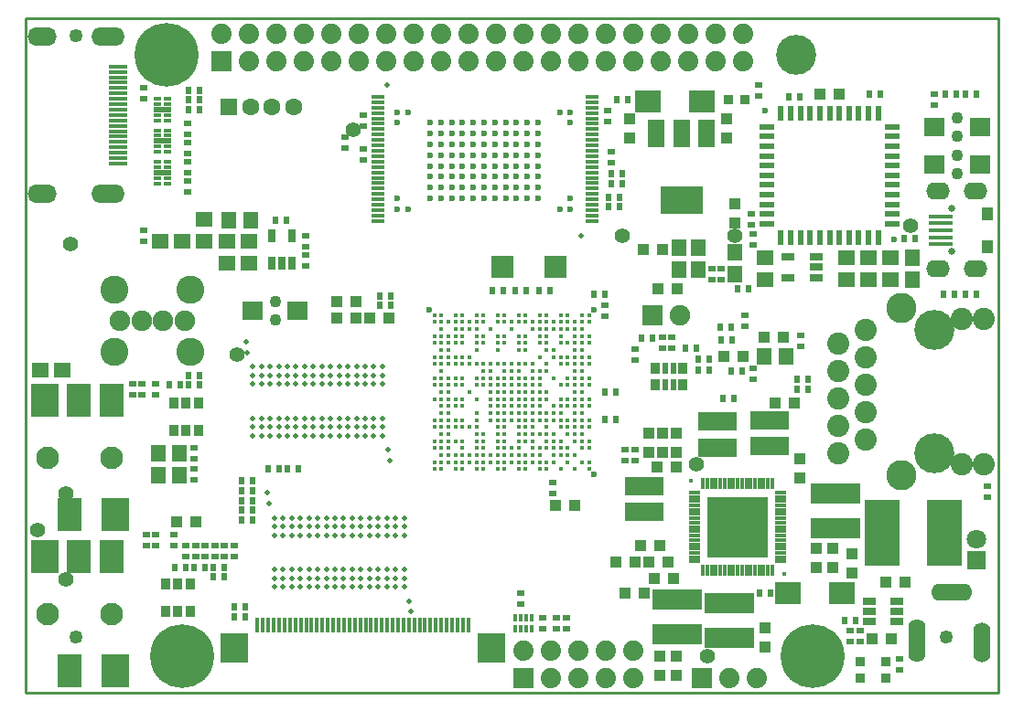
<source format=gbr>
G04 #@! TF.FileFunction,Soldermask,Top*
%FSLAX46Y46*%
G04 Gerber Fmt 4.6, Leading zero omitted, Abs format (unit mm)*
G04 Created by KiCad (PCBNEW 201609201018+7184~55~ubuntu14.04.1-) date Fri Sep 23 16:33:06 2016*
%MOMM*%
%LPD*%
G01*
G04 APERTURE LIST*
%ADD10C,0.100000*%
%ADD11C,0.254000*%
%ADD12C,0.600000*%
%ADD13C,0.500000*%
%ADD14C,5.900000*%
%ADD15R,0.901600X0.901600*%
%ADD16R,3.301600X6.101600*%
%ADD17R,0.601600X0.651600*%
%ADD18R,1.117600X1.117600*%
%ADD19R,0.651600X0.601600*%
%ADD20R,1.625600X1.371600*%
%ADD21R,1.371600X1.625600*%
%ADD22R,2.400000X2.100000*%
%ADD23R,2.100000X2.100000*%
%ADD24R,0.351600X0.726600*%
%ADD25R,1.301600X0.651600*%
%ADD26R,0.651600X1.301600*%
%ADD27C,1.254000*%
%ADD28R,1.900000X1.800000*%
%ADD29C,1.100000*%
%ADD30R,0.863600X1.117600*%
%ADD31R,0.609600X1.117600*%
%ADD32R,4.000000X2.600000*%
%ADD33R,1.619200X2.635200*%
%ADD34C,1.400000*%
%ADD35O,3.100000X1.700000*%
%ADD36O,2.700000X1.700000*%
%ADD37R,1.700000X0.350000*%
%ADD38R,0.776600X0.301600*%
%ADD39R,0.876600X0.501600*%
%ADD40C,2.600000*%
%ADD41C,1.900000*%
%ADD42R,0.351600X1.401600*%
%ADD43R,2.501600X2.701600*%
%ADD44R,1.601600X1.601600*%
%ADD45C,1.601600*%
%ADD46C,1.879600*%
%ADD47R,1.879600X1.879600*%
%ADD48R,1.300000X0.350000*%
%ADD49C,0.400000*%
%ADD50C,0.401600*%
%ADD51R,0.301600X1.001600*%
%ADD52R,1.001600X0.301600*%
%ADD53R,5.601600X5.601600*%
%ADD54R,1.822400X1.822400*%
%ADD55R,0.800000X0.800000*%
%ADD56R,1.800000X1.800000*%
%ADD57C,1.800000*%
%ADD58C,2.050000*%
%ADD59C,2.800000*%
%ADD60C,3.700000*%
%ADD61R,1.901600X1.901600*%
%ADD62C,1.901600*%
%ADD63R,0.600000X1.400000*%
%ADD64R,1.400000X0.600000*%
%ADD65R,4.601600X1.851600*%
%ADD66R,3.601600X1.701600*%
%ADD67R,2.250000X0.450000*%
%ADD68C,0.650000*%
%ADD69R,1.100000X1.200000*%
%ADD70O,2.200000X1.600000*%
%ADD71O,1.601600X4.001600*%
%ADD72O,1.601600X3.701600*%
%ADD73O,3.801600X1.601600*%
%ADD74C,2.100000*%
%ADD75R,2.201600X3.101600*%
%ADD76R,2.601600X3.101600*%
G04 APERTURE END LIST*
D10*
D11*
X100000000Y-37500000D02*
X100000000Y-100000000D01*
X190000000Y-37500000D02*
X100000000Y-37500000D01*
X190000000Y-100000000D02*
X190000000Y-37500000D01*
X100000000Y-100000000D02*
X190000000Y-100000000D01*
D12*
X150400000Y-46200000D03*
X150400000Y-47200000D03*
X150400000Y-54200000D03*
X150400000Y-55200000D03*
X149400000Y-46200000D03*
X149400000Y-55200000D03*
X147400000Y-47200000D03*
X147400000Y-48200000D03*
X147400000Y-49200000D03*
X147400000Y-50200000D03*
X147400000Y-51200000D03*
X147400000Y-52200000D03*
X147400000Y-53200000D03*
X147400000Y-54200000D03*
X146400000Y-47200000D03*
X146400000Y-48200000D03*
X146400000Y-49200000D03*
X146400000Y-50200000D03*
X146400000Y-51200000D03*
X146400000Y-52200000D03*
X146400000Y-53200000D03*
X146400000Y-54200000D03*
X145400000Y-47200000D03*
X145400000Y-48200000D03*
X145400000Y-49200000D03*
X145400000Y-50200000D03*
X145400000Y-51200000D03*
X145400000Y-52200000D03*
X145400000Y-53200000D03*
X145400000Y-54200000D03*
D13*
X133400000Y-43700000D03*
X151400000Y-57700000D03*
D12*
X144400000Y-47200000D03*
X144400000Y-48200000D03*
X144400000Y-49200000D03*
X144400000Y-50200000D03*
X144400000Y-51200000D03*
X144400000Y-52200000D03*
X144400000Y-53200000D03*
X144400000Y-54200000D03*
X143400000Y-47200000D03*
X143400000Y-48200000D03*
X143400000Y-49200000D03*
X143400000Y-50200000D03*
X143400000Y-51200000D03*
X143400000Y-52200000D03*
X143400000Y-53200000D03*
X143400000Y-54200000D03*
X142400000Y-47200000D03*
X142400000Y-48200000D03*
X142400000Y-49200000D03*
X142400000Y-50200000D03*
X142400000Y-51200000D03*
X142400000Y-52200000D03*
X142400000Y-53200000D03*
X142400000Y-54200000D03*
X141400000Y-47200000D03*
X141400000Y-48200000D03*
X141400000Y-49200000D03*
X141400000Y-50200000D03*
X141400000Y-51200000D03*
X141400000Y-52200000D03*
X141400000Y-53200000D03*
X141400000Y-54200000D03*
X140400000Y-47200000D03*
X140400000Y-48200000D03*
X140400000Y-49200000D03*
X140400000Y-50200000D03*
X140400000Y-51200000D03*
X140400000Y-52200000D03*
X140400000Y-53200000D03*
X140400000Y-54200000D03*
X139400000Y-47200000D03*
X139400000Y-48200000D03*
X139400000Y-49200000D03*
X139400000Y-50200000D03*
X139400000Y-51200000D03*
X139400000Y-52200000D03*
X139400000Y-53200000D03*
X139400000Y-54200000D03*
X138400000Y-47200000D03*
X138400000Y-48200000D03*
X138400000Y-49200000D03*
X138400000Y-50200000D03*
X138400000Y-51200000D03*
X138400000Y-52200000D03*
X138400000Y-53200000D03*
X138400000Y-54200000D03*
X137400000Y-47200000D03*
X137400000Y-48200000D03*
X137400000Y-49200000D03*
X137400000Y-50200000D03*
X137400000Y-51200000D03*
X137400000Y-52200000D03*
X137400000Y-53200000D03*
X137400000Y-54200000D03*
X135400000Y-46200000D03*
X135400000Y-55200000D03*
X134400000Y-46200000D03*
X134400000Y-47200000D03*
X134400000Y-54200000D03*
X134400000Y-55200000D03*
D14*
X172800000Y-96600000D03*
D15*
X179578000Y-97155000D03*
X179578000Y-98679000D03*
D16*
X185018000Y-85217000D03*
X179218000Y-85217000D03*
D17*
X144145000Y-62738000D03*
X143129000Y-62738000D03*
D18*
X165608000Y-54737000D03*
X165608000Y-56515000D03*
D17*
X121008000Y-81300000D03*
X119992000Y-81300000D03*
X119992000Y-84000000D03*
X121008000Y-84000000D03*
D19*
X153797000Y-47117000D03*
X153797000Y-46101000D03*
X154178000Y-50927000D03*
X154178000Y-49911000D03*
X131191000Y-50673000D03*
X131191000Y-49657000D03*
D18*
X130556000Y-63754000D03*
X128778000Y-63754000D03*
D19*
X114808000Y-86360000D03*
X114808000Y-87376000D03*
D18*
X128778000Y-65278000D03*
X130556000Y-65278000D03*
D19*
X116586000Y-87376000D03*
X116586000Y-86360000D03*
D18*
X115697000Y-84201000D03*
X113919000Y-84201000D03*
D19*
X111125000Y-86360000D03*
X111125000Y-85344000D03*
X117475000Y-87376000D03*
X117475000Y-86360000D03*
X119253000Y-87376000D03*
X119253000Y-86360000D03*
D18*
X133604000Y-65278000D03*
X131826000Y-65278000D03*
D19*
X115570000Y-80264000D03*
X115570000Y-79248000D03*
D17*
X113284000Y-71501000D03*
X114300000Y-71501000D03*
X182245000Y-57912000D03*
X181229000Y-57912000D03*
D20*
X175895000Y-59690000D03*
X175895000Y-61722000D03*
X177927000Y-59690000D03*
X177927000Y-61722000D03*
X179959000Y-59690000D03*
X179959000Y-61722000D03*
X168402000Y-61722000D03*
X168402000Y-59690000D03*
D19*
X110871000Y-58166000D03*
X110871000Y-57150000D03*
D20*
X120650000Y-58166000D03*
X120650000Y-60198000D03*
X118618000Y-58166000D03*
X118618000Y-60198000D03*
X116459000Y-56134000D03*
X116459000Y-58166000D03*
D21*
X120777000Y-56261000D03*
X118745000Y-56261000D03*
D18*
X175260000Y-44577000D03*
X173482000Y-44577000D03*
D17*
X170561000Y-44831000D03*
X171577000Y-44831000D03*
D19*
X167132000Y-55626000D03*
X167132000Y-56642000D03*
D17*
X178054000Y-44577000D03*
X179070000Y-44577000D03*
D19*
X184023000Y-45593000D03*
X184023000Y-44577000D03*
D17*
X187960000Y-44577000D03*
X186944000Y-44577000D03*
D18*
X160147000Y-79121000D03*
X158369000Y-79121000D03*
X173101000Y-86614000D03*
X173101000Y-88392000D03*
X160147000Y-98425000D03*
X160147000Y-96647000D03*
X158623000Y-98425000D03*
X158623000Y-96647000D03*
X157226000Y-90805000D03*
X155448000Y-90805000D03*
X176403000Y-87122000D03*
X176403000Y-88900000D03*
X156337000Y-87884000D03*
X154559000Y-87884000D03*
X178308000Y-94996000D03*
X180086000Y-94996000D03*
X179578000Y-89789000D03*
X181356000Y-89789000D03*
X168402000Y-95758000D03*
X168402000Y-93980000D03*
X174625000Y-86614000D03*
X174625000Y-88392000D03*
X148971000Y-82677000D03*
X150749000Y-82677000D03*
X171069000Y-73152000D03*
X169291000Y-73152000D03*
X160147000Y-77724000D03*
X160147000Y-75946000D03*
X158877000Y-77724000D03*
X158877000Y-75946000D03*
X157607000Y-77724000D03*
X157607000Y-75946000D03*
X159385000Y-87884000D03*
X157607000Y-87884000D03*
X171577000Y-78359000D03*
X171577000Y-80137000D03*
X158623000Y-86360000D03*
X156845000Y-86360000D03*
X158115000Y-89408000D03*
X159893000Y-89408000D03*
D17*
X147447000Y-62738000D03*
X148463000Y-62738000D03*
D19*
X156337000Y-77470000D03*
X156337000Y-78486000D03*
D17*
X132715000Y-64135000D03*
X133731000Y-64135000D03*
D19*
X155448000Y-77470000D03*
X155448000Y-78486000D03*
D22*
X170474000Y-90805000D03*
X175474000Y-90805000D03*
D21*
X112268000Y-79883000D03*
X112268000Y-77851000D03*
D20*
X103378000Y-70104000D03*
X101346000Y-70104000D03*
D21*
X114173000Y-79883000D03*
X114173000Y-77851000D03*
X181991000Y-59690000D03*
X181991000Y-61722000D03*
D20*
X112395000Y-58166000D03*
X114427000Y-58166000D03*
D23*
X149048000Y-60579000D03*
X144068000Y-60579000D03*
D17*
X154940000Y-54102000D03*
X153924000Y-54102000D03*
X154559000Y-74676000D03*
X153543000Y-74676000D03*
D19*
X114935000Y-52578000D03*
X114935000Y-53594000D03*
X114935000Y-51816000D03*
X114935000Y-50800000D03*
X114935000Y-49022000D03*
X114935000Y-50038000D03*
X114935000Y-48260000D03*
X114935000Y-47244000D03*
D17*
X153543000Y-72136000D03*
X154559000Y-72136000D03*
D24*
X146800000Y-93086500D03*
X146800000Y-94111500D03*
X146300000Y-93086500D03*
X146300000Y-94111500D03*
X145800000Y-93086500D03*
X145800000Y-94111500D03*
X145300000Y-93086500D03*
X145300000Y-94111500D03*
D25*
X170531000Y-59629000D03*
X170531000Y-61529000D03*
X173131000Y-59629000D03*
X173131000Y-60579000D03*
X173131000Y-61529000D03*
D26*
X124648000Y-57628000D03*
X122748000Y-57628000D03*
X124648000Y-60228000D03*
X123698000Y-60228000D03*
X122748000Y-60228000D03*
D25*
X178023900Y-91506000D03*
X178023900Y-92456000D03*
X178023900Y-93406000D03*
X180624100Y-93406000D03*
X180624100Y-92456000D03*
X180624100Y-91506000D03*
D19*
X167259000Y-58547000D03*
X167259000Y-57531000D03*
D17*
X120269000Y-92075000D03*
X119253000Y-92075000D03*
X120269000Y-92964000D03*
X119253000Y-92964000D03*
D19*
X180848000Y-96901000D03*
X180848000Y-97917000D03*
X176276000Y-94234000D03*
X176276000Y-95250000D03*
X153543000Y-65151000D03*
X153543000Y-64135000D03*
D17*
X152527000Y-63119000D03*
X153543000Y-63119000D03*
X132715000Y-63246000D03*
X133731000Y-63246000D03*
X168910000Y-90805000D03*
X167894000Y-90805000D03*
X175768000Y-93345000D03*
X176784000Y-93345000D03*
D19*
X177165000Y-94234000D03*
X177165000Y-95250000D03*
X149987000Y-93091000D03*
X149987000Y-94107000D03*
X147828000Y-93091000D03*
X147828000Y-94107000D03*
X149098000Y-93091000D03*
X149098000Y-94107000D03*
X145796000Y-90805000D03*
X145796000Y-91821000D03*
X113665000Y-86360000D03*
X113665000Y-85344000D03*
D17*
X117348000Y-89281000D03*
X118364000Y-89281000D03*
X114808000Y-88392000D03*
X113792000Y-88392000D03*
D19*
X109855000Y-71374000D03*
X109855000Y-72390000D03*
D17*
X115062000Y-70612000D03*
X116078000Y-70612000D03*
X123063000Y-56261000D03*
X124079000Y-56261000D03*
D19*
X125857000Y-59436000D03*
X125857000Y-60452000D03*
D17*
X116078000Y-45974000D03*
X115062000Y-45974000D03*
X116078000Y-45085000D03*
X115062000Y-45085000D03*
D19*
X110871000Y-44958000D03*
X110871000Y-43942000D03*
D17*
X115062000Y-44196000D03*
X116078000Y-44196000D03*
X154178000Y-51943000D03*
X155194000Y-51943000D03*
X153924000Y-54991000D03*
X154940000Y-54991000D03*
D19*
X131191000Y-46482000D03*
X131191000Y-47498000D03*
D17*
X154178000Y-52832000D03*
X155194000Y-52832000D03*
X155702000Y-45085000D03*
X154686000Y-45085000D03*
D19*
X129540000Y-48514000D03*
X129540000Y-49530000D03*
X148717000Y-81534000D03*
X148717000Y-80518000D03*
D17*
X121008000Y-82200000D03*
X119992000Y-82200000D03*
X119992000Y-83100000D03*
X121008000Y-83100000D03*
X119992000Y-80400000D03*
X121008000Y-80400000D03*
X124206000Y-79248000D03*
X125222000Y-79248000D03*
X123444000Y-79248000D03*
X122428000Y-79248000D03*
D27*
X185166000Y-94869000D03*
X104648000Y-94869000D03*
X104648000Y-39116000D03*
D19*
X125857000Y-58674000D03*
X125857000Y-57658000D03*
D28*
X188282000Y-51054000D03*
X184082000Y-51054000D03*
D29*
X186182000Y-51904000D03*
X186182000Y-50204000D03*
D28*
X188282000Y-47625000D03*
X184082000Y-47625000D03*
D29*
X186182000Y-48475000D03*
X186182000Y-46775000D03*
D28*
X120963000Y-64643000D03*
X125163000Y-64643000D03*
D29*
X123063000Y-63793000D03*
X123063000Y-65493000D03*
D19*
X112014000Y-72390000D03*
X112014000Y-71374000D03*
D17*
X185039000Y-44577000D03*
X186055000Y-44577000D03*
X145288000Y-62738000D03*
X146304000Y-62738000D03*
D21*
X170307000Y-68834000D03*
X168275000Y-68834000D03*
D18*
X158496000Y-62611000D03*
X160274000Y-62611000D03*
X166370000Y-68834000D03*
X164592000Y-68834000D03*
X168275000Y-67056000D03*
X170053000Y-67056000D03*
X155829000Y-46863000D03*
X155829000Y-48641000D03*
X158877000Y-58928000D03*
X157099000Y-58928000D03*
D21*
X165608000Y-59182000D03*
X165608000Y-61214000D03*
X162179000Y-58801000D03*
X162179000Y-60833000D03*
X160401000Y-58801000D03*
X160401000Y-60833000D03*
D17*
X156972000Y-67183000D03*
X157988000Y-67183000D03*
X161036000Y-68072000D03*
X162052000Y-68072000D03*
X163195000Y-69088000D03*
X162179000Y-69088000D03*
D19*
X158877000Y-68072000D03*
X158877000Y-67056000D03*
X163449000Y-61722000D03*
X163449000Y-60706000D03*
X188976000Y-80899000D03*
X188976000Y-81915000D03*
D17*
X187960000Y-63119000D03*
X186944000Y-63119000D03*
X184912000Y-63119000D03*
X185928000Y-63119000D03*
X162179000Y-70104000D03*
X163195000Y-70104000D03*
D19*
X156337000Y-68199000D03*
X156337000Y-69215000D03*
D17*
X164465000Y-72771000D03*
X165481000Y-72771000D03*
D19*
X164338000Y-61722000D03*
X164338000Y-60706000D03*
D18*
X164846000Y-48641000D03*
X164846000Y-46863000D03*
D30*
X158242000Y-69977000D03*
X158242000Y-71501000D03*
X160782000Y-69977000D03*
X160782000Y-71501000D03*
D31*
X159131000Y-69977000D03*
X159893000Y-69977000D03*
X159131000Y-71501000D03*
X159893000Y-71501000D03*
D17*
X171323000Y-70993000D03*
X172339000Y-70993000D03*
X171323000Y-71882000D03*
X172339000Y-71882000D03*
X166878000Y-62611000D03*
X165862000Y-62611000D03*
X165354000Y-67310000D03*
X164338000Y-67310000D03*
D19*
X171704000Y-66929000D03*
X171704000Y-67945000D03*
X167259000Y-69977000D03*
X167259000Y-70993000D03*
D17*
X166243000Y-70231000D03*
X165227000Y-70231000D03*
D19*
X166497000Y-66040000D03*
X166497000Y-65024000D03*
D17*
X165227000Y-66167000D03*
X164211000Y-66167000D03*
D19*
X159766000Y-67056000D03*
X159766000Y-68072000D03*
D22*
X157520000Y-45212000D03*
X162520000Y-45212000D03*
D32*
X160655000Y-54406800D03*
D33*
X158343600Y-48209200D03*
X160655000Y-48209200D03*
X162966400Y-48209200D03*
D19*
X167767000Y-43688000D03*
X167767000Y-44704000D03*
D34*
X119507000Y-68707000D03*
X165608000Y-57658000D03*
X181864000Y-56769000D03*
X163068000Y-96647000D03*
X130302000Y-47879000D03*
X162052000Y-78867000D03*
X155194000Y-57658000D03*
X104140000Y-58420000D03*
D19*
X110744000Y-71374000D03*
X110744000Y-72390000D03*
X115570000Y-78359000D03*
X115570000Y-77343000D03*
D17*
X115062000Y-71501000D03*
X116078000Y-71501000D03*
D35*
X107597000Y-39182000D03*
X107597000Y-53782000D03*
D36*
X101547000Y-53782000D03*
D37*
X108547000Y-50982000D03*
X108547000Y-50482000D03*
X108547000Y-49982000D03*
X108547000Y-49482000D03*
X108547000Y-48982000D03*
X108547000Y-48482000D03*
X108547000Y-47982000D03*
X108547000Y-47482000D03*
X108547000Y-46982000D03*
X108547000Y-46482000D03*
X108547000Y-45982000D03*
X108547000Y-45482000D03*
X108547000Y-44982000D03*
X108547000Y-44482000D03*
X108547000Y-43982000D03*
X108547000Y-43482000D03*
X108547000Y-42982000D03*
X108547000Y-42482000D03*
X108547000Y-41982000D03*
D36*
X101547000Y-39182000D03*
D38*
X113086500Y-46974000D03*
X113086500Y-46474000D03*
D39*
X113036500Y-45974000D03*
D38*
X113086500Y-45474000D03*
X113086500Y-44974000D03*
X112211500Y-44974000D03*
X112211500Y-45474000D03*
D39*
X112261500Y-45974000D03*
D38*
X112211500Y-46474000D03*
X112211500Y-46974000D03*
X113086500Y-49895000D03*
X113086500Y-49395000D03*
D39*
X113036500Y-48895000D03*
D38*
X113086500Y-48395000D03*
X113086500Y-47895000D03*
X112211500Y-47895000D03*
X112211500Y-48395000D03*
D39*
X112261500Y-48895000D03*
D38*
X112211500Y-49395000D03*
X112211500Y-49895000D03*
X113086500Y-52816000D03*
X113086500Y-52316000D03*
D39*
X113036500Y-51816000D03*
D38*
X113086500Y-51316000D03*
X113086500Y-50816000D03*
X112211500Y-50816000D03*
X112211500Y-51316000D03*
D39*
X112261500Y-51816000D03*
D38*
X112211500Y-52316000D03*
X112211500Y-52816000D03*
D40*
X115212000Y-62682000D03*
X115212000Y-68382000D03*
X108212000Y-62682000D03*
X108212000Y-68382000D03*
D41*
X108712000Y-65532000D03*
X110712000Y-65532000D03*
X112712000Y-65532000D03*
X114712000Y-65532000D03*
D42*
X140941000Y-93770000D03*
X140441000Y-93770000D03*
X139941000Y-93770000D03*
X139441000Y-93770000D03*
X138941000Y-93770000D03*
X138441000Y-93770000D03*
X137941000Y-93770000D03*
X137441000Y-93770000D03*
X136941000Y-93770000D03*
X136441000Y-93770000D03*
X135941000Y-93770000D03*
X135441000Y-93770000D03*
X134941000Y-93770000D03*
X134441000Y-93770000D03*
X133941000Y-93770000D03*
X133441000Y-93770000D03*
X132941000Y-93770000D03*
X132441000Y-93770000D03*
X131941000Y-93770000D03*
X131441000Y-93770000D03*
X130941000Y-93770000D03*
X130441000Y-93770000D03*
X129941000Y-93770000D03*
X129441000Y-93770000D03*
X128941000Y-93770000D03*
X128441000Y-93770000D03*
X127941000Y-93770000D03*
X127441000Y-93770000D03*
X126941000Y-93770000D03*
X126441000Y-93770000D03*
X125941000Y-93770000D03*
X125441000Y-93770000D03*
X124941000Y-93770000D03*
X124441000Y-93770000D03*
X123941000Y-93770000D03*
X123441000Y-93770000D03*
X122941000Y-93770000D03*
X122441000Y-93770000D03*
X121941000Y-93770000D03*
X121441000Y-93770000D03*
D43*
X143091000Y-95870000D03*
X119291000Y-95870000D03*
D13*
X135000000Y-83800000D03*
X135000000Y-84600000D03*
X135000000Y-85400000D03*
X135000000Y-88600000D03*
X135000000Y-89400000D03*
X135000000Y-90200000D03*
X134200000Y-83800000D03*
X134200000Y-84600000D03*
X134200000Y-85400000D03*
X134200000Y-88600000D03*
X134200000Y-89400000D03*
X134200000Y-90200000D03*
X133400000Y-83800000D03*
X133400000Y-84600000D03*
X133400000Y-85400000D03*
X133400000Y-88600000D03*
X133400000Y-89400000D03*
X133400000Y-90200000D03*
X132600000Y-83800000D03*
X132600000Y-84600000D03*
X132600000Y-85400000D03*
X132600000Y-88600000D03*
X132600000Y-89400000D03*
X132600000Y-90200000D03*
X131800000Y-83800000D03*
X131800000Y-84600000D03*
X131800000Y-85400000D03*
X131800000Y-88600000D03*
X131800000Y-89400000D03*
X131800000Y-90200000D03*
X131000000Y-83800000D03*
X131000000Y-84600000D03*
X131000000Y-85400000D03*
X131000000Y-88600000D03*
X131000000Y-89400000D03*
X131000000Y-90200000D03*
X122500000Y-82500000D03*
X135500000Y-91500000D03*
X122350000Y-81500000D03*
X135650000Y-92500000D03*
X130200000Y-83800000D03*
X130200000Y-84600000D03*
X130200000Y-85400000D03*
X130200000Y-88600000D03*
X130200000Y-89400000D03*
X130200000Y-90200000D03*
X129400000Y-83800000D03*
X129400000Y-84600000D03*
X129400000Y-85400000D03*
X129400000Y-88600000D03*
X129400000Y-89400000D03*
X129400000Y-90200000D03*
X128600000Y-83800000D03*
X128600000Y-84600000D03*
X128600000Y-85400000D03*
X128600000Y-88600000D03*
X128600000Y-89400000D03*
X128600000Y-90200000D03*
X127800000Y-83800000D03*
X127800000Y-84600000D03*
X127800000Y-85400000D03*
X127800000Y-88600000D03*
X127800000Y-89400000D03*
X127800000Y-90200000D03*
X127000000Y-83800000D03*
X127000000Y-84600000D03*
X127000000Y-85400000D03*
X127000000Y-88600000D03*
X127000000Y-89400000D03*
X127000000Y-90200000D03*
X126200000Y-83800000D03*
X126200000Y-84600000D03*
X126200000Y-85400000D03*
X126200000Y-88600000D03*
X126200000Y-89400000D03*
X126200000Y-90200000D03*
X125400000Y-83800000D03*
X125400000Y-84600000D03*
X125400000Y-85400000D03*
X125400000Y-88600000D03*
X125400000Y-89400000D03*
X125400000Y-90200000D03*
X124600000Y-83800000D03*
X124600000Y-84600000D03*
X124600000Y-85400000D03*
X124600000Y-88600000D03*
X124600000Y-89400000D03*
X124600000Y-90200000D03*
X123800000Y-83800000D03*
X123800000Y-84600000D03*
X123800000Y-85400000D03*
X123800000Y-88600000D03*
X123800000Y-89400000D03*
X123800000Y-90200000D03*
X123000000Y-83800000D03*
X123000000Y-84600000D03*
X123000000Y-85400000D03*
X123000000Y-88600000D03*
X123000000Y-89400000D03*
X123000000Y-90200000D03*
X133000000Y-69800000D03*
X133000000Y-70600000D03*
X133000000Y-71400000D03*
X133000000Y-74600000D03*
X133000000Y-75400000D03*
X133000000Y-76200000D03*
X132200000Y-69800000D03*
X132200000Y-70600000D03*
X132200000Y-71400000D03*
X132200000Y-74600000D03*
X132200000Y-75400000D03*
X132200000Y-76200000D03*
X131400000Y-69800000D03*
X131400000Y-70600000D03*
X131400000Y-71400000D03*
X131400000Y-74600000D03*
X131400000Y-75400000D03*
X131400000Y-76200000D03*
X130600000Y-69800000D03*
X130600000Y-70600000D03*
X130600000Y-71400000D03*
X130600000Y-74600000D03*
X130600000Y-75400000D03*
X130600000Y-76200000D03*
X129800000Y-69800000D03*
X129800000Y-70600000D03*
X129800000Y-71400000D03*
X129800000Y-74600000D03*
X129800000Y-75400000D03*
X129800000Y-76200000D03*
X129000000Y-69800000D03*
X129000000Y-70600000D03*
X129000000Y-71400000D03*
X129000000Y-74600000D03*
X129000000Y-75400000D03*
X129000000Y-76200000D03*
X120500000Y-68500000D03*
X133500000Y-77500000D03*
X120350000Y-67500000D03*
X133650000Y-78500000D03*
X128200000Y-69800000D03*
X128200000Y-70600000D03*
X128200000Y-71400000D03*
X128200000Y-74600000D03*
X128200000Y-75400000D03*
X128200000Y-76200000D03*
X127400000Y-69800000D03*
X127400000Y-70600000D03*
X127400000Y-71400000D03*
X127400000Y-74600000D03*
X127400000Y-75400000D03*
X127400000Y-76200000D03*
X126600000Y-69800000D03*
X126600000Y-70600000D03*
X126600000Y-71400000D03*
X126600000Y-74600000D03*
X126600000Y-75400000D03*
X126600000Y-76200000D03*
X125800000Y-69800000D03*
X125800000Y-70600000D03*
X125800000Y-71400000D03*
X125800000Y-74600000D03*
X125800000Y-75400000D03*
X125800000Y-76200000D03*
X125000000Y-69800000D03*
X125000000Y-70600000D03*
X125000000Y-71400000D03*
X125000000Y-74600000D03*
X125000000Y-75400000D03*
X125000000Y-76200000D03*
X124200000Y-69800000D03*
X124200000Y-70600000D03*
X124200000Y-71400000D03*
X124200000Y-74600000D03*
X124200000Y-75400000D03*
X124200000Y-76200000D03*
X123400000Y-69800000D03*
X123400000Y-70600000D03*
X123400000Y-71400000D03*
X123400000Y-74600000D03*
X123400000Y-75400000D03*
X123400000Y-76200000D03*
X122600000Y-69800000D03*
X122600000Y-70600000D03*
X122600000Y-71400000D03*
X122600000Y-74600000D03*
X122600000Y-75400000D03*
X122600000Y-76200000D03*
X121800000Y-69800000D03*
X121800000Y-70600000D03*
X121800000Y-71400000D03*
X121800000Y-74600000D03*
X121800000Y-75400000D03*
X121800000Y-76200000D03*
X121000000Y-69800000D03*
X121000000Y-70600000D03*
X121000000Y-71400000D03*
X121000000Y-74600000D03*
X121000000Y-75400000D03*
X121000000Y-76200000D03*
D44*
X118793000Y-45720000D03*
D45*
X120793000Y-45720000D03*
X122793000Y-45720000D03*
X124793000Y-45720000D03*
D46*
X166370000Y-38989000D03*
X166370000Y-41529000D03*
X163830000Y-38989000D03*
X163830000Y-41529000D03*
X161290000Y-38989000D03*
X161290000Y-41529000D03*
X158750000Y-38989000D03*
X158750000Y-41529000D03*
X156210000Y-38989000D03*
X156210000Y-41529000D03*
X146050000Y-38989000D03*
X146050000Y-41529000D03*
X143510000Y-38989000D03*
X143510000Y-41529000D03*
X148590000Y-41529000D03*
X148590000Y-38989000D03*
X151130000Y-38989000D03*
X151130000Y-41529000D03*
X153670000Y-41529000D03*
X153670000Y-38989000D03*
X128270000Y-38989000D03*
X128270000Y-41529000D03*
X125730000Y-41529000D03*
X125730000Y-38989000D03*
X123190000Y-38989000D03*
X123190000Y-41529000D03*
D47*
X118110000Y-41529000D03*
D46*
X118110000Y-38989000D03*
X120650000Y-41529000D03*
X120650000Y-38989000D03*
X130810000Y-41529000D03*
X130810000Y-38989000D03*
X133350000Y-41529000D03*
X133350000Y-38989000D03*
X135890000Y-41529000D03*
X135890000Y-38989000D03*
X138430000Y-41529000D03*
X138430000Y-38989000D03*
X140970000Y-41529000D03*
X140970000Y-38989000D03*
D48*
X152394000Y-56296000D03*
X152394000Y-55796000D03*
X152394000Y-55296000D03*
X152394000Y-54796000D03*
X152394000Y-54296000D03*
X152394000Y-53796000D03*
X152394000Y-53296000D03*
X152394000Y-52796000D03*
X152394000Y-52296000D03*
X152394000Y-51796000D03*
X152394000Y-51296000D03*
X152394000Y-50796000D03*
X152394000Y-50296000D03*
X152394000Y-49796000D03*
X152394000Y-49296000D03*
X152394000Y-48796000D03*
X152394000Y-48296000D03*
X152394000Y-47796000D03*
X152394000Y-47296000D03*
X152394000Y-46796000D03*
X152394000Y-46296000D03*
X152394000Y-45796000D03*
X152394000Y-45296000D03*
X152394000Y-44796000D03*
X132594000Y-44796000D03*
X132594000Y-45296000D03*
X132594000Y-45796000D03*
X132594000Y-46296000D03*
X132594000Y-46796000D03*
X132594000Y-47296000D03*
X132594000Y-47796000D03*
X132594000Y-48296000D03*
X132594000Y-48796000D03*
X132594000Y-49296000D03*
X132594000Y-49796000D03*
X132594000Y-50296000D03*
X132594000Y-50796000D03*
X132594000Y-51296000D03*
X132594000Y-51796000D03*
X132594000Y-52296000D03*
X132594000Y-52796000D03*
X132594000Y-53296000D03*
X132594000Y-53796000D03*
X132594000Y-54296000D03*
X132594000Y-54796000D03*
X132594000Y-55296000D03*
X132594000Y-55796000D03*
X132594000Y-56296000D03*
D12*
X152550000Y-64550000D03*
D49*
X152100000Y-65000000D03*
X144950000Y-72150000D03*
X144300000Y-72150000D03*
X143650000Y-72150000D03*
X141700000Y-72800000D03*
X144950000Y-74750000D03*
X143650000Y-74750000D03*
X146900000Y-76050000D03*
X148200000Y-76700000D03*
X148200000Y-78650000D03*
X146900000Y-76700000D03*
X146250000Y-75400000D03*
X146900000Y-75400000D03*
X148200000Y-75400000D03*
X146250000Y-74750000D03*
X146900000Y-74750000D03*
X147550000Y-74750000D03*
X148200000Y-74750000D03*
X148850000Y-74750000D03*
X143650000Y-74100000D03*
X144300000Y-74100000D03*
X144950000Y-74100000D03*
X145600000Y-74100000D03*
X146250000Y-74100000D03*
X146900000Y-74100000D03*
X147550000Y-74100000D03*
X143000000Y-74100000D03*
X148200000Y-74100000D03*
X146900000Y-73450000D03*
X146250000Y-73450000D03*
X145600000Y-73450000D03*
X144950000Y-73450000D03*
X144300000Y-73450000D03*
X143650000Y-73450000D03*
X143000000Y-73450000D03*
X147550000Y-73450000D03*
X143000000Y-72800000D03*
X143650000Y-72800000D03*
X144300000Y-72800000D03*
X144950000Y-72800000D03*
X145600000Y-72800000D03*
X146250000Y-72800000D03*
X147550000Y-72800000D03*
X145600000Y-72150000D03*
X146250000Y-72150000D03*
X145600000Y-71500000D03*
X146250000Y-71500000D03*
X146900000Y-72800000D03*
X146900000Y-72150000D03*
X147550000Y-72150000D03*
X147550000Y-71500000D03*
X148200000Y-72800000D03*
X148200000Y-72150000D03*
X148850000Y-70850000D03*
X143650000Y-71500000D03*
X142350000Y-71500000D03*
X143000000Y-70850000D03*
X146900000Y-70200000D03*
X145600000Y-70200000D03*
X144950000Y-70200000D03*
X144300000Y-70200000D03*
X143000000Y-70200000D03*
X145600000Y-77350000D03*
X144950000Y-78000000D03*
X144300000Y-76700000D03*
X144300000Y-77350000D03*
X142350000Y-77350000D03*
X141700000Y-76050000D03*
X139750000Y-75400000D03*
X139100000Y-75400000D03*
X139100000Y-78000000D03*
X137800000Y-65000000D03*
X137800000Y-79300000D03*
X151450000Y-65000000D03*
X150150000Y-65000000D03*
X149500000Y-65000000D03*
X148200000Y-65000000D03*
X147550000Y-65000000D03*
X146250000Y-65000000D03*
X145600000Y-65000000D03*
X144300000Y-65000000D03*
X143650000Y-65000000D03*
X142350000Y-65000000D03*
X141700000Y-65000000D03*
X140400000Y-65000000D03*
X139750000Y-65000000D03*
X138450000Y-65000000D03*
X137800000Y-65650000D03*
X138450000Y-65650000D03*
X139100000Y-65650000D03*
X139750000Y-65650000D03*
X140400000Y-65650000D03*
X141050000Y-65650000D03*
X141700000Y-65650000D03*
X142350000Y-65650000D03*
X143650000Y-65650000D03*
X144300000Y-65650000D03*
X144950000Y-65650000D03*
X145600000Y-65650000D03*
X146250000Y-65650000D03*
X146900000Y-65650000D03*
X147550000Y-65650000D03*
X148200000Y-65650000D03*
X148850000Y-65650000D03*
X149500000Y-65650000D03*
X150150000Y-65650000D03*
X150800000Y-65650000D03*
X151450000Y-65650000D03*
X152100000Y-65650000D03*
X151450000Y-66300000D03*
X150800000Y-66300000D03*
X150150000Y-66300000D03*
X149500000Y-66300000D03*
X148850000Y-66300000D03*
X148200000Y-66300000D03*
X147550000Y-66300000D03*
X146900000Y-66300000D03*
X144950000Y-66300000D03*
X143000000Y-66300000D03*
X141700000Y-66300000D03*
X141050000Y-66300000D03*
X140400000Y-66300000D03*
X139750000Y-66300000D03*
X138450000Y-66300000D03*
X137800000Y-66950000D03*
X138450000Y-66950000D03*
X139100000Y-66950000D03*
X139750000Y-66950000D03*
X140400000Y-66950000D03*
X141700000Y-66950000D03*
X142350000Y-66950000D03*
X143650000Y-66950000D03*
X144300000Y-66950000D03*
X145600000Y-66950000D03*
X146250000Y-66950000D03*
X147550000Y-66950000D03*
X148200000Y-66950000D03*
X149500000Y-66950000D03*
X150800000Y-66950000D03*
X151450000Y-66950000D03*
X152100000Y-66950000D03*
X152100000Y-67600000D03*
X151450000Y-67600000D03*
X150800000Y-67600000D03*
X150150000Y-67600000D03*
X149500000Y-67600000D03*
X148200000Y-67600000D03*
X147550000Y-67600000D03*
X146250000Y-67600000D03*
X145600000Y-67600000D03*
X144300000Y-67600000D03*
X143650000Y-67600000D03*
X142350000Y-67600000D03*
X141700000Y-67600000D03*
X140400000Y-67600000D03*
X139750000Y-67600000D03*
X139100000Y-67600000D03*
X138450000Y-67600000D03*
X137800000Y-67600000D03*
X138450000Y-79300000D03*
X139750000Y-79300000D03*
X140400000Y-79300000D03*
X141700000Y-79300000D03*
X142350000Y-79300000D03*
X143650000Y-79300000D03*
X144300000Y-79300000D03*
X145600000Y-79300000D03*
X146250000Y-79300000D03*
X147550000Y-79300000D03*
X148200000Y-79300000D03*
X149500000Y-79300000D03*
X150800000Y-79300000D03*
X152100000Y-79300000D03*
X137800000Y-78650000D03*
X138450000Y-78650000D03*
X139100000Y-78650000D03*
X139750000Y-78650000D03*
X140400000Y-78650000D03*
X141050000Y-78650000D03*
X141700000Y-78650000D03*
X142350000Y-78650000D03*
X143000000Y-78650000D03*
X143650000Y-78650000D03*
X144300000Y-78650000D03*
X144950000Y-78650000D03*
X145600000Y-78650000D03*
X146250000Y-78650000D03*
X146900000Y-78650000D03*
X147550000Y-78650000D03*
X148850000Y-78650000D03*
X150150000Y-78650000D03*
X151450000Y-78650000D03*
X152100000Y-78650000D03*
X138450000Y-78000000D03*
X139750000Y-78000000D03*
X140400000Y-78000000D03*
X141050000Y-78000000D03*
X141700000Y-78000000D03*
X142350000Y-78000000D03*
X143000000Y-78000000D03*
X143650000Y-78000000D03*
X144300000Y-78000000D03*
X145600000Y-78000000D03*
X146250000Y-78000000D03*
X146900000Y-78000000D03*
X147550000Y-78000000D03*
X148850000Y-78000000D03*
X149500000Y-78000000D03*
X150150000Y-78000000D03*
X150800000Y-78000000D03*
X137800000Y-77350000D03*
X138450000Y-77350000D03*
X139100000Y-77350000D03*
X140400000Y-77350000D03*
X141700000Y-77350000D03*
X143650000Y-77350000D03*
X144950000Y-77350000D03*
X146900000Y-77350000D03*
X147550000Y-77350000D03*
X148200000Y-77350000D03*
X148850000Y-77350000D03*
X149500000Y-77350000D03*
X150150000Y-77350000D03*
X151450000Y-77350000D03*
X152100000Y-77350000D03*
X137800000Y-76700000D03*
X138450000Y-76700000D03*
X139100000Y-76700000D03*
X139750000Y-76700000D03*
X140400000Y-76700000D03*
X141700000Y-76700000D03*
X142350000Y-76700000D03*
X143650000Y-76700000D03*
X145600000Y-76700000D03*
X146250000Y-76700000D03*
X148850000Y-76700000D03*
X149500000Y-76700000D03*
X150800000Y-76700000D03*
X151450000Y-76700000D03*
X152100000Y-76700000D03*
X138450000Y-76050000D03*
X139100000Y-76050000D03*
X142350000Y-76050000D03*
X143650000Y-76050000D03*
X144300000Y-76050000D03*
X145600000Y-76050000D03*
X146250000Y-76050000D03*
X147550000Y-76050000D03*
X148200000Y-76050000D03*
X148850000Y-76050000D03*
X150150000Y-76050000D03*
X150800000Y-76050000D03*
X151450000Y-76050000D03*
X137800000Y-75400000D03*
X138450000Y-75400000D03*
X140400000Y-75400000D03*
X141050000Y-75400000D03*
X141700000Y-75400000D03*
X143650000Y-75400000D03*
X144300000Y-75400000D03*
X145600000Y-75400000D03*
X149500000Y-75400000D03*
X150150000Y-75400000D03*
X150800000Y-75400000D03*
X151450000Y-75400000D03*
X152100000Y-75400000D03*
X137800000Y-74750000D03*
X138450000Y-74750000D03*
X139100000Y-74750000D03*
X139750000Y-74750000D03*
X140400000Y-74750000D03*
X141700000Y-74750000D03*
X143000000Y-74750000D03*
X144300000Y-74750000D03*
X145600000Y-74750000D03*
X149500000Y-74750000D03*
X150150000Y-74750000D03*
X150800000Y-74750000D03*
X151450000Y-74750000D03*
X152100000Y-74750000D03*
X138450000Y-74100000D03*
X139100000Y-74100000D03*
X141700000Y-74100000D03*
X148850000Y-74100000D03*
X149500000Y-74100000D03*
X150800000Y-74100000D03*
X151450000Y-74100000D03*
X138450000Y-73450000D03*
X139100000Y-73450000D03*
X139750000Y-73450000D03*
X140400000Y-73450000D03*
X148850000Y-73450000D03*
X149500000Y-73450000D03*
X150150000Y-73450000D03*
X150800000Y-73450000D03*
X151450000Y-73450000D03*
X152100000Y-73450000D03*
X137800000Y-72800000D03*
X138450000Y-72800000D03*
X139100000Y-72800000D03*
X139750000Y-72800000D03*
X140400000Y-72800000D03*
X149500000Y-72800000D03*
X150150000Y-72800000D03*
X150800000Y-72800000D03*
X151450000Y-72800000D03*
X152100000Y-72800000D03*
X138450000Y-72150000D03*
X139100000Y-72150000D03*
X141050000Y-72150000D03*
X143000000Y-72150000D03*
X150800000Y-72150000D03*
X151450000Y-72150000D03*
X137800000Y-71500000D03*
X138450000Y-71500000D03*
X139100000Y-71500000D03*
X139750000Y-71500000D03*
X140400000Y-71500000D03*
X141700000Y-71500000D03*
X143000000Y-71500000D03*
X144300000Y-71500000D03*
X144950000Y-71500000D03*
X146900000Y-71500000D03*
X149500000Y-71500000D03*
X150150000Y-71500000D03*
X150800000Y-71500000D03*
X151450000Y-71500000D03*
X152100000Y-71500000D03*
X137800000Y-70850000D03*
X138450000Y-70850000D03*
X139100000Y-70850000D03*
X139750000Y-70850000D03*
X140400000Y-70850000D03*
X141700000Y-70850000D03*
X142350000Y-70850000D03*
X143650000Y-70850000D03*
X144300000Y-70850000D03*
X144950000Y-70850000D03*
X145600000Y-70850000D03*
X146250000Y-70850000D03*
X146900000Y-70850000D03*
X147550000Y-70850000D03*
X150150000Y-70850000D03*
X150800000Y-70850000D03*
X151450000Y-70850000D03*
X152100000Y-70850000D03*
X138450000Y-70200000D03*
X142350000Y-70200000D03*
X147550000Y-70200000D03*
X148200000Y-70200000D03*
X150800000Y-70200000D03*
X151450000Y-70200000D03*
X137800000Y-69550000D03*
X138450000Y-69550000D03*
X139100000Y-69550000D03*
X139750000Y-69550000D03*
X140400000Y-69550000D03*
X141050000Y-69550000D03*
X141700000Y-69550000D03*
X142350000Y-69550000D03*
X143000000Y-69550000D03*
X143650000Y-69550000D03*
X144300000Y-69550000D03*
X144950000Y-69550000D03*
X145600000Y-69550000D03*
X146250000Y-69550000D03*
X146900000Y-69550000D03*
X148200000Y-69550000D03*
X149500000Y-69550000D03*
X150150000Y-69550000D03*
X150800000Y-69550000D03*
X151450000Y-69550000D03*
X152100000Y-69550000D03*
X137800000Y-68900000D03*
X138450000Y-68900000D03*
X139100000Y-68900000D03*
X139750000Y-68900000D03*
X140400000Y-68900000D03*
X141050000Y-68900000D03*
X147550000Y-68900000D03*
X148850000Y-68900000D03*
X149500000Y-68900000D03*
X150150000Y-68900000D03*
X150800000Y-68900000D03*
X151450000Y-68900000D03*
X152100000Y-68900000D03*
X138450000Y-68250000D03*
X139100000Y-68250000D03*
X141700000Y-68250000D03*
X143650000Y-68250000D03*
X145600000Y-68250000D03*
X146250000Y-68250000D03*
X148200000Y-68250000D03*
X148850000Y-68250000D03*
X150800000Y-68250000D03*
X151450000Y-68250000D03*
D12*
X152550000Y-79750000D03*
X137350000Y-64550000D03*
D46*
X156210000Y-96139000D03*
X156210000Y-98679000D03*
X153670000Y-98679000D03*
X153670000Y-96139000D03*
X151130000Y-96139000D03*
X151130000Y-98679000D03*
D47*
X146050000Y-98679000D03*
D46*
X146050000Y-96139000D03*
X148590000Y-98679000D03*
X148590000Y-96139000D03*
D47*
X162560000Y-98679000D03*
D46*
X165100000Y-98679000D03*
X167640000Y-98679000D03*
D50*
X161544000Y-80327500D03*
D51*
X169062000Y-80645500D03*
X168662000Y-80645500D03*
X168262000Y-80645500D03*
X167862000Y-80645500D03*
X167462000Y-80645500D03*
X167062000Y-80645500D03*
X166662000Y-80645500D03*
X166262000Y-80645500D03*
X165862000Y-80645500D03*
X165462000Y-80645500D03*
X165062000Y-80645500D03*
X164662000Y-80645500D03*
X164262000Y-80645500D03*
X163862000Y-80645500D03*
X163462000Y-80645500D03*
X163062000Y-80645500D03*
X162662000Y-80645500D03*
D52*
X161862000Y-81445500D03*
X161862000Y-81845500D03*
X161862000Y-82245500D03*
X161862000Y-82645500D03*
X161862000Y-83045500D03*
X161862000Y-83445500D03*
X161862000Y-83845500D03*
X161862000Y-84245500D03*
X161862000Y-84645500D03*
X161862000Y-85045500D03*
X161862000Y-85445500D03*
X161862000Y-85845500D03*
X161862000Y-86245500D03*
X161862000Y-86645500D03*
X161862000Y-87045500D03*
X161862000Y-87445500D03*
X161862000Y-87845500D03*
D51*
X162662000Y-88645500D03*
X163062000Y-88645500D03*
X163462000Y-88645500D03*
X163862000Y-88645500D03*
X164262000Y-88645500D03*
X164662000Y-88645500D03*
X165062000Y-88645500D03*
X165462000Y-88645500D03*
X165862000Y-88645500D03*
X166262000Y-88645500D03*
X166662000Y-88645500D03*
X167062000Y-88645500D03*
X167462000Y-88645500D03*
X167862000Y-88645500D03*
X168262000Y-88645500D03*
X168662000Y-88645500D03*
X169062000Y-88645500D03*
D52*
X169862000Y-87845500D03*
X169862000Y-87445500D03*
X169862000Y-87045500D03*
X169862000Y-86645500D03*
X169862000Y-86245500D03*
X169862000Y-85845500D03*
X169862000Y-85445500D03*
X169862000Y-85045500D03*
X169862000Y-84645500D03*
X169862000Y-84245500D03*
X169862000Y-83845500D03*
X169862000Y-83445500D03*
X169862000Y-83045500D03*
X169862000Y-82645500D03*
X169862000Y-82245500D03*
X169862000Y-81845500D03*
X169862000Y-81445500D03*
D53*
X165862000Y-84645500D03*
D54*
X165862000Y-84645500D03*
D55*
X168062000Y-83845500D03*
X167362000Y-83845500D03*
X166662000Y-83845500D03*
X166662000Y-83145500D03*
X166662000Y-82445500D03*
X165062000Y-82445500D03*
X165062000Y-83145500D03*
X165062000Y-83845500D03*
X164362000Y-83845500D03*
X163662000Y-83845500D03*
X163662000Y-85445500D03*
X164362000Y-85445500D03*
X165062000Y-85445500D03*
X165062000Y-86145500D03*
X165062000Y-86845500D03*
X166662000Y-86845500D03*
X166662000Y-86145500D03*
X166662000Y-85445500D03*
X167362000Y-85445500D03*
X168062000Y-85445500D03*
D50*
X170180000Y-88963500D03*
D56*
X187982860Y-87749380D03*
D57*
X187980320Y-85737700D03*
D58*
X177673000Y-66421000D03*
X175133000Y-67691000D03*
X177673000Y-68961000D03*
X175133000Y-70231000D03*
X177673000Y-71501000D03*
X175133000Y-72771000D03*
X177673000Y-74041000D03*
X175133000Y-75311000D03*
X177673000Y-76581000D03*
X175133000Y-77851000D03*
X186563000Y-65405000D03*
X188595000Y-65405000D03*
X186563000Y-78867000D03*
X188595000Y-78867000D03*
D59*
X180975000Y-64389000D03*
X180975000Y-79883000D03*
D60*
X184023000Y-66421000D03*
X184023000Y-77851000D03*
D61*
X157988000Y-65024000D03*
D62*
X160528000Y-65024000D03*
D12*
X180340000Y-58039000D03*
D63*
X178871000Y-46295000D03*
X177971000Y-46295000D03*
X177071000Y-46295000D03*
X176171000Y-46295000D03*
X175271000Y-46295000D03*
X174371000Y-46295000D03*
X173471000Y-46295000D03*
X172571000Y-46295000D03*
X171671000Y-46295000D03*
X170771000Y-46295000D03*
X169871000Y-46295000D03*
D64*
X168596000Y-47570000D03*
X168596000Y-48470000D03*
X168596000Y-49370000D03*
X168596000Y-50270000D03*
X168596000Y-51170000D03*
X168596000Y-52070000D03*
X168596000Y-52970000D03*
X168596000Y-53870000D03*
X168596000Y-54770000D03*
X168596000Y-55670000D03*
X168596000Y-56570000D03*
D63*
X169871000Y-57845000D03*
X170771000Y-57845000D03*
X171671000Y-57845000D03*
X172571000Y-57845000D03*
X173471000Y-57845000D03*
X174371000Y-57845000D03*
X175271000Y-57845000D03*
X176171000Y-57845000D03*
X177071000Y-57845000D03*
X177971000Y-57845000D03*
X178871000Y-57845000D03*
D64*
X180146000Y-56570000D03*
X180146000Y-55670000D03*
X180146000Y-54770000D03*
X180146000Y-53870000D03*
X180146000Y-52970000D03*
X180146000Y-52070000D03*
X180146000Y-51170000D03*
X180146000Y-50270000D03*
X180146000Y-49370000D03*
X180146000Y-48470000D03*
X180146000Y-47570000D03*
D12*
X168402000Y-46101000D03*
D34*
X103682800Y-81534000D03*
X103682800Y-89535000D03*
D65*
X174879000Y-84785000D03*
X174879000Y-81585000D03*
X165100000Y-91745000D03*
X165100000Y-94945000D03*
X160274000Y-91364000D03*
X160274000Y-94564000D03*
D66*
X157226000Y-83242000D03*
X157226000Y-80842000D03*
X163957000Y-77273000D03*
X163957000Y-74873000D03*
X168783000Y-77146000D03*
X168783000Y-74746000D03*
D67*
X184692000Y-58450000D03*
X184692000Y-57800000D03*
X184692000Y-57150000D03*
X184692000Y-56500000D03*
X184692000Y-55850000D03*
D68*
X185692000Y-59150000D03*
X185692000Y-55150000D03*
D69*
X188992000Y-58650000D03*
X188992000Y-55650000D03*
D70*
X187842000Y-60750000D03*
X184372000Y-60750000D03*
X184372000Y-53550000D03*
X187842000Y-53550000D03*
D19*
X112014000Y-86360000D03*
X112014000Y-85344000D03*
X115697000Y-87376000D03*
X115697000Y-86360000D03*
X118364000Y-87376000D03*
X118364000Y-86360000D03*
D17*
X116586000Y-88392000D03*
X115570000Y-88392000D03*
X117348000Y-88392000D03*
X118364000Y-88392000D03*
D34*
X101092000Y-84963000D03*
D71*
X182441000Y-95174000D03*
D72*
X188441000Y-95324000D03*
D73*
X185695000Y-90724000D03*
D14*
X114500000Y-96600000D03*
D30*
X115189000Y-92456000D03*
X114046000Y-92456000D03*
X112903000Y-92456000D03*
X115189000Y-89916000D03*
X114046000Y-89916000D03*
X112903000Y-89916000D03*
X115951000Y-75692000D03*
X114808000Y-75692000D03*
X113665000Y-75692000D03*
X115951000Y-73152000D03*
X114808000Y-73152000D03*
X113665000Y-73152000D03*
D14*
X113000000Y-40900000D03*
D60*
X171300000Y-40900000D03*
D15*
X166497000Y-45085000D03*
X164973000Y-45085000D03*
X177165000Y-97155000D03*
X177165000Y-98679000D03*
D74*
X107981000Y-78232000D03*
X101981000Y-78232000D03*
D75*
X104881000Y-72932000D03*
X104081000Y-83532000D03*
X107981000Y-72932000D03*
D76*
X108281000Y-83532000D03*
X101781000Y-72932000D03*
X101781000Y-87410000D03*
X108281000Y-98010000D03*
D75*
X107981000Y-87410000D03*
X104081000Y-98010000D03*
X104881000Y-87410000D03*
D74*
X101981000Y-92710000D03*
X107981000Y-92710000D03*
M02*

</source>
